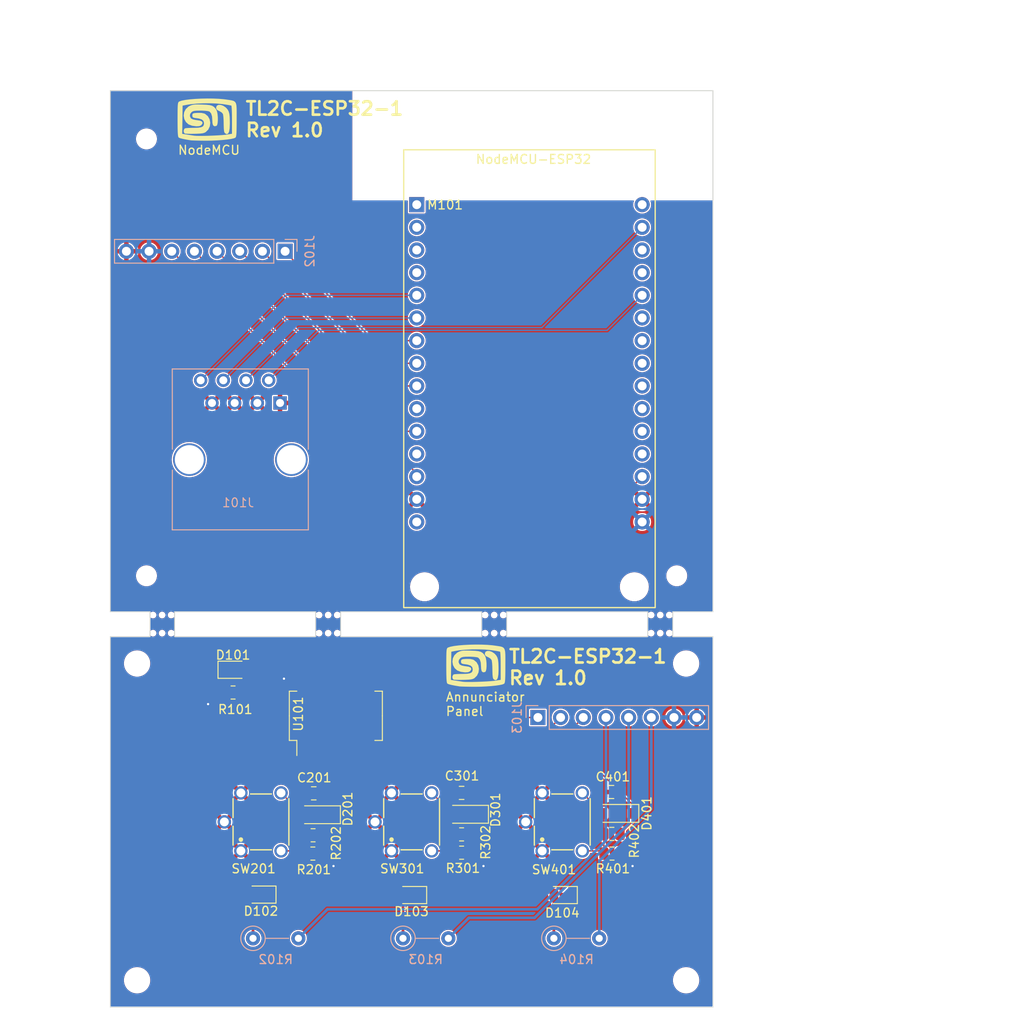
<source format=kicad_pcb>
(kicad_pcb (version 20221018) (generator pcbnew)
  (layers (0 "F.Cu" signal) (31 "B.Cu" signal) (34 "B.Paste" user) (35 "F.Paste" user) (36 "B.SilkS" user "B.Silkscreen") (37 "F.SilkS" user "F.Silkscreen") (38 "B.Mask" user) (39 "F.Mask" user) (44 "Edge.Cuts" user))
  (net 0 "")
  (net 1 "+3V3")
  (net 2 "GND")
  (net 3 "Net-(D201-A)")
  (net 4 "Net-(D301-A)")
  (net 5 "Net-(D401-A)")
  (net 27 "/Zone 1 Enable/ZONE_GPIO")
  (net 28 "/Zone 2 Enable/ZONE_GPIO")
  (net 29 "/Zone 3 Enable/ZONE_GPIO")
  (net 30 "/I2C_SDA")
  (net 31 "/I2C_SCL")
  (net 32 "/STATE_INTERRUPT")
  (net 33 "/~{SLEEP}")
  (net 34 "/ZONE1_BTN")
  (net 35 "/ZONE2_BTN")
  (net 36 "/ZONE3_BTN")
  (net 37 "/Zone1_ACTIVE")
  (net 38 "/Zone2_ACTIVE")
  (net 39 "/Zone3_ACTIVE")
  (net 40 "Net-(D102-A)")
  (net 41 "Net-(D103-A)")
  (net 42 "Net-(D104-A)")
  (net 43 "Net-(D101-A)")
  (footprint "Resistor_SMD:R_0805_2012Metric" (layer "F.Cu") (at 81.2 110.5 180)
    (fp_text reference "R401" (at -0.1 -1.7) (layer "F.SilkS"))
    (fp_text value "51κΩ")
    (pad "1" smd roundrect (at -0.9125 0 180) (size 1.025 1.4) (layers "F.Cu" "F.Paste" "F.Mask") (roundrect_rratio 0.243902) (net 1 "+3V3"))
    (pad "2" smd roundrect (at 0.9125 0 180) (size 1.025 1.4) (layers "F.Cu" "F.Paste" "F.Mask") (roundrect_rratio 0.243902) (net 5 "Net-(D401-A)"))
  )
  (footprint "tl2c-esp:NodeMCU-ESP32" (layer "F.Cu") (at 71.95 57.28)
    (fp_text reference "M101" (at -9.45 -19.48 unlocked) (layer "F.SilkS"))
    (fp_text value "~")
    (fp_text user "NodeMCU-ESP32" (at -6.096 -24.003 unlocked) (layer "F.SilkS") (effects (justify left bottom)))
    (pad "" np_thru_hole circle (at -11.75 -23.32) (size 3 3) (drill 3) (layers "F&B.Cu" "*.Mask"))
    (pad "" np_thru_hole circle (at -11.75 23.32) (size 3 3) (drill 3) (layers "F&B.Cu" "*.Mask"))
    (pad "" np_thru_hole circle (at 11.75 -23.32) (size 3 3) (drill 3) (layers "F&B.Cu" "*.Mask"))
    (pad "" np_thru_hole circle (at 11.75 23.32) (size 3 3) (drill 3) (layers "F&B.Cu" "*.Mask"))
    (pad "1" thru_hole rect (at -12.625 -19.505) (size 1.7 1.7) (drill 1) (layers "*.Cu" "*.Mask"))
    (pad "2" thru_hole circle (at -12.625 -16.965) (size 1.7 1.7) (drill 1) (layers "*.Cu" "*.Mask"))
    (pad "3" thru_hole circle (at -12.625 -14.425) (size 1.7 1.7) (drill 1) (layers "*.Cu" "*.Mask"))
    (pad "4" thru_hole circle (at -12.625 -11.885) (size 1.7 1.7) (drill 1) (layers "*.Cu" "*.Mask"))
    (pad "5" thru_hole circle (at -12.625 -9.345) (size 1.7 1.7) (drill 1) (layers "*.Cu" "*.Mask") (net 33 "/~{SLEEP}"))
    (pad "6" thru_hole circle (at -12.625 -6.805) (size 1.7 1.7) (drill 1) (layers "*.Cu" "*.Mask") (net 32 "/STATE_INTERRUPT"))
    (pad "7" thru_hole circle (at -12.625 -4.265) (size 1.7 1.7) (drill 1) (layers "*.Cu" "*.Mask") (net 34 "/ZONE1_BTN"))
    (pad "8" thru_hole circle (at -12.625 -1.725) (size 1.7 1.7) (drill 1) (layers "*.Cu" "*.Mask") (net 35 "/ZONE2_BTN"))
    (pad "9" thru_hole circle (at -12.625 0.815) (size 1.7 1.7) (drill 1) (layers "*.Cu" "*.Mask") (net 36 "/ZONE3_BTN"))
    (pad "10" thru_hole circle (at -12.625 3.355) (size 1.7 1.7) (drill 1) (layers "*.Cu" "*.Mask"))
    (pad "11" thru_hole circle (at -12.625 5.895) (size 1.7 1.7) (drill 1) (layers "*.Cu" "*.Mask") (net 37 "/Zone1_ACTIVE"))
    (pad "12" thru_hole circle (at -12.625 8.435) (size 1.7 1.7) (drill 1) (layers "*.Cu" "*.Mask"))
    (pad "13" thru_hole circle (at -12.625 10.975) (size 1.7 1.7) (drill 1) (layers "*.Cu" "*.Mask") (net 38 "/Zone2_ACTIVE"))
    (pad "14" thru_hole circle (at -12.625 13.515) (size 1.7 1.7) (drill 1) (layers "*.Cu" "*.Mask") (net 2 "GND"))
    (pad "15" thru_hole circle (at -12.625 16.055) (size 1.7 1.7) (drill 1) (layers "*.Cu" "*.Mask"))
    (pad "16" thru_hole circle (at 12.625 16.055) (size 1.7 1.7) (drill 1) (layers "*.Cu" "*.Mask") (net 1 "+3V3"))
    (pad "17" thru_hole circle (at 12.625 13.515) (size 1.7 1.7) (drill 1) (layers "*.Cu" "*.Mask") (net 2 "GND"))
    (pad "18" thru_hole circle (at 12.625 10.975) (size 1.7 1.7) (drill 1) (layers "*.Cu" "*.Mask") (net 39 "/Zone3_ACTIVE"))
    (pad "19" thru_hole circle (at 12.625 8.435) (size 1.7 1.7) (drill 1) (layers "*.Cu" "*.Mask"))
    (pad "20" thru_hole circle (at 12.625 5.895) (size 1.7 1.7) (drill 1) (layers "*.Cu" "*.Mask"))
    (pad "21" thru_hole circle (at 12.625 3.355) (size 1.7 1.7) (drill 1) (layers "*.Cu" "*.Mask"))
    (pad "22" thru_hole circle (at 12.625 0.815) (size 1.7 1.7) (drill 1) (layers "*.Cu" "*.Mask"))
    (pad "23" thru_hole circle (at 12.625 -1.725) (size 1.7 1.7) (drill 1) (layers "*.Cu" "*.Mask"))
    (pad "24" thru_hole circle (at 12.625 -4.265) (size 1.7 1.7) (drill 1) (layers "*.Cu" "*.Mask"))
    (pad "25" thru_hole circle (at 12.625 -6.805) (size 1.7 1.7) (drill 1) (layers "*.Cu" "*.Mask"))
    (pad "26" thru_hole circle (at 12.625 -9.345) (size 1.7 1.7) (drill 1) (layers "*.Cu" "*.Mask") (net 30 "/I2C_SDA"))
    (pad "27" thru_hole circle (at 12.625 -11.885) (size 1.7 1.7) (drill 1) (layers "*.Cu" "*.Mask"))
    (pad "28" thru_hole circle (at 12.625 -14.425) (size 1.7 1.7) (drill 1) (layers "*.Cu" "*.Mask"))
    (pad "29" thru_hole circle (at 12.625 -16.965) (size 1.7 1.7) (drill 1) (layers "*.Cu" "*.Mask") (net 31 "/I2C_SCL"))
    (pad "30" thru_hole circle (at 12.625 -19.505) (size 1.7 1.7) (drill 1) (layers "*.Cu" "*.Mask"))
  )
  (footprint "MountingHole:MountingHole_2.1mm" (layer "F.Cu") (at 88.45 30.41)
    (fp_text reference "H102" hide)
    (fp_text value "MountingHole" hide)
    (pad "" np_thru_hole circle locked (at 0 0) (size 2.1 2.1) (drill 2.1) (layers "*.Cu" "*.Mask"))
  )
  (footprint "LED_SMD:LED_0805_2012Metric" (layer "F.Cu") (at 41.875 115.1 180)
    (fp_text reference "D102" (at 0 -1.85 180) (layer "F.SilkS"))
    (fp_text value "LED")
    (pad "1" smd roundrect (at -0.9375 0 180) (size 0.975 1.4) (layers "F.Cu" "F.Paste" "F.Mask") (net 2 "GND"))
    (pad "2" smd roundrect (at 0.9375 0 180) (size 0.975 1.4) (layers "F.Cu" "F.Paste" "F.Mask") (net 40 "Net-(D102-A)"))
  )
  (footprint "Capacitor_SMD:C_0805_2012Metric" (layer "F.Cu") (at 81.1375 103.6 180)
    (fp_text reference "C401" (at -0.1625 1.7) (layer "F.SilkS"))
    (fp_text value "1μF")
    (pad "1" smd roundrect (at -0.95 0 180) (size 1 1.45) (layers "F.Cu" "F.Paste" "F.Mask") (net 29 "/Zone 3 Enable/ZONE_GPIO"))
    (pad "2" smd roundrect (at 0.95 0 180) (size 1 1.45) (layers "F.Cu" "F.Paste" "F.Mask") (net 2 "GND"))
  )
  (footprint "Resistor_SMD:R_0805_2012Metric" (layer "F.Cu") (at 47.7125 108.45 180)
    (fp_text reference "R202" (at -2.5875 -0.9 90) (layer "F.SilkS"))
    (fp_text value "21kΩ")
    (pad "1" smd roundrect (at -0.9125 0 180) (size 1.025 1.4) (layers "F.Cu" "F.Paste" "F.Mask") (roundrect_rratio 0.243902) (net 27 "/Zone 1 Enable/ZONE_GPIO"))
    (pad "2" smd roundrect (at 0.9125 0 180) (size 1.025 1.4) (layers "F.Cu" "F.Paste" "F.Mask") (roundrect_rratio 0.243902) (net 3 "Net-(D201-A)"))
  )
  (footprint "Resistor_SMD:R_0805_2012Metric" (layer "F.Cu") (at 38.75 92.45)
    (fp_text reference "R101" (at 0.25 1.9) (layer "F.SilkS"))
    (fp_text value "470Ω")
    (pad "1" smd roundrect (at -0.9125 0) (size 1.025 1.4) (layers "F.Cu" "F.Paste" "F.Mask") (roundrect_rratio 0.243902) (net 1 "+3V3"))
    (pad "2" smd roundrect (at 0.9125 0) (size 1.025 1.4) (layers "F.Cu" "F.Paste" "F.Mask") (roundrect_rratio 0.243902) (net 43 "Net-(D101-A)"))
  )
  (footprint "MountingHole:MountingHole_2.1mm" (layer "F.Cu") (at 88.45 79.37)
    (fp_text reference "H103" hide)
    (fp_text value "MountingHole")
    (pad "" np_thru_hole circle locked (at 0 0) (size 2.1 2.1) (drill 2.1) (layers "*.Cu" "*.Mask"))
  )
  (footprint "Capacitor_SMD:C_0805_2012Metric" (layer "F.Cu") (at 47.787499 103.75 180)
    (fp_text reference "C201" (at -0.062501 1.75) (layer "F.SilkS"))
    (fp_text value "1μF")
    (pad "1" smd roundrect (at -0.95 0 180) (size 1 1.45) (layers "F.Cu" "F.Paste" "F.Mask") (net 27 "/Zone 1 Enable/ZONE_GPIO"))
    (pad "2" smd roundrect (at 0.95 0 180) (size 1 1.45) (layers "F.Cu" "F.Paste" "F.Mask") (net 2 "GND"))
  )
  (footprint "MountingHole:MountingHole_2.7mm_M2.5" (layer "F.Cu") (at 28 124.7)
    (fp_text reference "H106" hide)
    (fp_text value "Annunciator MountingHole")
    (pad "" np_thru_hole circle (at 0 0) (size 2.7 2.7) (drill 2.7) (layers "*.Cu" "*.Mask"))
  )
  (footprint "Resistor_SMD:R_0805_2012Metric" (layer "F.Cu") (at 64.35 108.35 180)
    (fp_text reference "R302" (at -2.7 -0.9 90) (layer "F.SilkS"))
    (fp_text value "21kΩ")
    (pad "1" smd roundrect (at -0.9125 0 180) (size 1.025 1.4) (layers "F.Cu" "F.Paste" "F.Mask") (roundrect_rratio 0.243902) (net 28 "/Zone 2 Enable/ZONE_GPIO"))
    (pad "2" smd roundrect (at 0.9125 0 180) (size 1.025 1.4) (layers "F.Cu" "F.Paste" "F.Mask") (roundrect_rratio 0.243902) (net 4 "Net-(D301-A)"))
  )
  (footprint "Package_SO:SO-14_5.3x10.2mm_P1.27mm" (layer "F.Cu") (at 50.2625 95.06 90)
    (fp_text reference "U101" (at 0.2 -4.2 90) (layer "F.SilkS"))
    (fp_text value "74LS14")
    (pad "1" smd roundrect (at -3.4625 -3.81 90) (size 1.975 0.6) (layers "F.Cu" "F.Paste" "F.Mask") (net 27 "/Zone 1 Enable/ZONE_GPIO"))
    (pad "2" smd roundrect (at -3.4625 -2.54 90) (size 1.975 0.6) (layers "F.Cu" "F.Paste" "F.Mask") (net 34 "/ZONE1_BTN"))
    (pad "3" smd roundrect (at -3.4625 -1.27 90) (size 1.975 0.6) (layers "F.Cu" "F.Paste" "F.Mask") (net 28 "/Zone 2 Enable/ZONE_GPIO"))
    (pad "4" smd roundrect (at -3.4625 0 90) (size 1.975 0.6) (layers "F.Cu" "F.Paste" "F.Mask") (net 35 "/ZONE2_BTN"))
    (pad "5" smd roundrect (at -3.4625 1.27 90) (size 1.975 0.6) (layers "F.Cu" "F.Paste" "F.Mask") (net 29 "/Zone 3 Enable/ZONE_GPIO"))
    (pad "6" smd roundrect (at -3.4625 2.54 90) (size 1.975 0.6) (layers "F.Cu" "F.Paste" "F.Mask") (net 36 "/ZONE3_BTN"))
    (pad "7" smd roundrect (at -3.4625 3.81 90) (size 1.975 0.6) (layers "F.Cu" "F.Paste" "F.Mask") (net 2 "GND"))
    (pad "8" smd roundrect (at 3.4625 3.81 90) (size 1.975 0.6) (layers "F.Cu" "F.Paste" "F.Mask"))
    (pad "9" smd roundrect (at 3.4625 2.54 90) (size 1.975 0.6) (layers "F.Cu" "F.Paste" "F.Mask"))
    (pad "10" smd roundrect (at 3.4625 1.27 90) (size 1.975 0.6) (layers "F.Cu" "F.Paste" "F.Mask"))
    (pad "11" smd roundrect (at 3.4625 0 90) (size 1.975 0.6) (layers "F.Cu" "F.Paste" "F.Mask"))
    (pad "12" smd roundrect (at 3.4625 -1.27 90) (size 1.975 0.6) (layers "F.Cu" "F.Paste" "F.Mask"))
    (pad "13" smd roundrect (at 3.4625 -2.54 90) (size 1.975 0.6) (layers "F.Cu" "F.Paste" "F.Mask"))
    (pad "14" smd roundrect (at 3.4625 -3.81 90) (size 1.975 0.6) (layers "F.Cu" "F.Paste" "F.Mask") (net 1 "+3V3"))
  )
  (footprint "Resistor_SMD:R_0805_2012Metric" (layer "F.Cu") (at 47.6875 110.5 180)
    (fp_text reference "R201" (at -0.1125 -1.8) (layer "F.SilkS"))
    (fp_text value "51κΩ")
    (pad "1" smd roundrect (at -0.9125 0 180) (size 1.025 1.4) (layers "F.Cu" "F.Paste" "F.Mask") (roundrect_rratio 0.243902) (net 1 "+3V3"))
    (pad "2" smd roundrect (at 0.9125 0 180) (size 1.025 1.4) (layers "F.Cu" "F.Paste" "F.Mask") (roundrect_rratio 0.243902) (net 3 "Net-(D201-A)"))
  )
  (footprint "tl2c-esp:SW_B3F-1150_OMR" (layer "F.Cu") (at 41.875 106.95 90)
    (fp_text reference "SW201" (at -5.25 -0.824999 unlocked) (layer "F.SilkS"))
    (fp_text value "B3F-1150")
    (pad "1" thru_hole circle (at -3.250001 -2.250001 90) (size 1.507998 1.507998) (drill 0.999998) (layers "*.Cu" "*.Mask") (net 2 "GND"))
    (pad "2" thru_hole circle (at 3.250001 -2.250001 90) (size 1.507998 1.507998) (drill 0.999998) (layers "*.Cu" "*.Mask") (net 2 "GND"))
    (pad "3" thru_hole circle (at -3.250001 2.25 90) (size 1.507998 1.507998) (drill 0.999998) (layers "*.Cu" "*.Mask") (net 3 "Net-(D201-A)"))
    (pad "4" thru_hole circle (at 3.250001 2.25 90) (size 1.507998 1.507998) (drill 0.999998) (layers "*.Cu" "*.Mask") (net 3 "Net-(D201-A)"))
    (pad "5" thru_hole circle (at -0.000001 -4.100001 90) (size 1.507998 1.507998) (drill 0.999998) (layers "*.Cu" "*.Mask") (net 2 "GND"))
  )
  (footprint "tl2c-esp:SW_B3F-1150_OMR" (layer "F.Cu") (at 75.625 106.95 90)
    (fp_text reference "SW401" (at -5.35 -0.924999 unlocked) (layer "F.SilkS"))
    (fp_text value "B3F-1150")
    (pad "1" thru_hole circle (at -3.250001 -2.250001 90) (size 1.507998 1.507998) (drill 0.999998) (layers "*.Cu" "*.Mask") (net 2 "GND"))
    (pad "2" thru_hole circle (at 3.250001 -2.250001 90) (size 1.507998 1.507998) (drill 0.999998) (layers "*.Cu" "*.Mask") (net 2 "GND"))
    (pad "3" thru_hole circle (at -3.250001 2.25 90) (size 1.507998 1.507998) (drill 0.999998) (layers "*.Cu" "*.Mask") (net 5 "Net-(D401-A)"))
    (pad "4" thru_hole circle (at 3.250001 2.25 90) (size 1.507998 1.507998) (drill 0.999998) (layers "*.Cu" "*.Mask") (net 5 "Net-(D401-A)"))
    (pad "5" thru_hole circle (at -0.000001 -4.100001 90) (size 1.507998 1.507998) (drill 0.999998) (layers "*.Cu" "*.Mask") (net 2 "GND"))
  )
  (footprint "MountingHole:MountingHole_2.7mm_M2.5" (layer "F.Cu") (at 89.5 89.2)
    (fp_text reference "H108" hide)
    (fp_text value "Annunciator MountingHole")
    (pad "" np_thru_hole circle (at 0 0) (size 2.7 2.7) (drill 2.7) (layers "*.Cu" "*.Mask"))
  )
  (footprint "Diode_SMD:D_SOD-123" (layer "F.Cu") (at 64.994999 106.1 180)
    (fp_text reference "D301" (at -3.155001 0.5 90) (layer "F.SilkS"))
    (fp_text value "1N4148")
    (pad "1" smd roundrect (at -1.65 0 180) (size 0.9 1.2) (layers "F.Cu" "F.Paste" "F.Mask") (net 28 "/Zone 2 Enable/ZONE_GPIO"))
    (pad "2" smd roundrect (at 1.65 0 180) (size 0.9 1.2) (layers "F.Cu" "F.Paste" "F.Mask") (net 4 "Net-(D301-A)"))
  )
  (footprint "Diode_SMD:D_SOD-123" (layer "F.Cu") (at 81.8375 106 180)
    (fp_text reference "D401" (at -3.2625 0 90) (layer "F.SilkS"))
    (fp_text value "1N4148")
    (pad "1" smd roundrect (at -1.65 0 180) (size 0.9 1.2) (layers "F.Cu" "F.Paste" "F.Mask") (net 29 "/Zone 3 Enable/ZONE_GPIO"))
    (pad "2" smd roundrect (at 1.65 0 180) (size 0.9 1.2) (layers "F.Cu" "F.Paste" "F.Mask") (net 5 "Net-(D401-A)"))
  )
  (footprint "MountingHole:MountingHole_2.1mm" (layer "F.Cu") (at 29.05 30.41)
    (fp_text reference "H101" hide)
    (fp_text value "MountingHole")
    (pad "" np_thru_hole circle locked (at 0 0) (size 2.1 2.1) (drill 2.1) (layers "*.Cu" "*.Mask"))
  )
  (footprint "sjm-mechanical:MouseBites" (layer "F.Cu") (at 86.6 84.784 90)
    (fp_text reference "X104" hide)
    (fp_text value "Mouse Bites" hide)
    (pad "" np_thru_hole circle (at -1.016 -1.016 90) (size 0.508 0.508) (drill 0.508) (layers "F&B.Cu" "*.Mask"))
    (pad "" np_thru_hole circle (at -1.016 0 90) (size 0.508 0.508) (drill 0.508) (layers "F&B.Cu" "*.Mask"))
    (pad "" np_thru_hole circle (at -1.016 1.016 90) (size 0.508 0.508) (drill 0.508) (layers "F&B.Cu" "*.Mask"))
    (pad "" np_thru_hole circle (at 1.016 -1.016 90) (size 0.508 0.508) (drill 0.508) (layers "F&B.Cu" "*.Mask"))
    (pad "" np_thru_hole circle (at 1.016 0 90) (size 0.508 0.508) (drill 0.508) (layers "F&B.Cu" "*.Mask"))
    (pad "" np_thru_hole circle (at 1.016 1.016 90) (size 0.508 0.508) (drill 0.508) (layers "F&B.Cu" "*.Mask"))
  )
  (footprint "LED_SMD:LED_0805_2012Metric" (layer "F.Cu") (at 75.625 115.149999 180)
    (fp_text reference "D104" (at 0 -2 180) (layer "F.SilkS"))
    (fp_text value "LED")
    (pad "1" smd roundrect (at -0.9375 0 180) (size 0.975 1.4) (layers "F.Cu" "F.Paste" "F.Mask") (net 2 "GND"))
    (pad "2" smd roundrect (at 0.9375 0 180) (size 0.975 1.4) (layers "F.Cu" "F.Paste" "F.Mask") (net 42 "Net-(D104-A)"))
  )
  (footprint "sjm-mechanical:MouseBites" (layer "F.Cu") (at 68 84.784 90)
    (fp_text reference "X103" hide)
    (fp_text value "Mouse Bites" hide)
    (pad "" np_thru_hole circle (at -1.016 -1.016 90) (size 0.508 0.508) (drill 0.508) (layers "F&B.Cu" "*.Mask"))
    (pad "" np_thru_hole circle (at -1.016 0 90) (size 0.508 0.508) (drill 0.508) (layers "F&B.Cu" "*.Mask"))
    (pad "" np_thru_hole circle (at -1.016 1.016 90) (size 0.508 0.508) (drill 0.508) (layers "F&B.Cu" "*.Mask"))
    (pad "" np_thru_hole circle (at 1.016 -1.016 90) (size 0.508 0.508) (drill 0.508) (layers "F&B.Cu" "*.Mask"))
    (pad "" np_thru_hole circle (at 1.016 0 90) (size 0.508 0.508) (drill 0.508) (layers "F&B.Cu" "*.Mask"))
    (pad "" np_thru_hole circle (at 1.016 1.016 90) (size 0.508 0.508) (drill 0.508) (layers "F&B.Cu" "*.Mask"))
  )
  (footprint "Resistor_SMD:R_0805_2012Metric" (layer "F.Cu") (at 81.1875 108.3 180)
    (fp_text reference "R402" (at -2.5125 -0.8 90) (layer "F.SilkS"))
    (fp_text value "21kΩ")
    (pad "1" smd roundrect (at -0.9125 0 180) (size 1.025 1.4) (layers "F.Cu" "F.Paste" "F.Mask") (roundrect_rratio 0.243902) (net 29 "/Zone 3 Enable/ZONE_GPIO"))
    (pad "2" smd roundrect (at 0.9125 0 180) (size 1.025 1.4) (layers "F.Cu" "F.Paste" "F.Mask") (roundrect_rratio 0.243902) (net 5 "Net-(D401-A)"))
  )
  (footprint "Resistor_SMD:R_0805_2012Metric" (layer "F.Cu") (at 64.35 110.4 180)
    (fp_text reference "R301" (at -0.15 -1.75) (layer "F.SilkS"))
    (fp_text value "51κΩ")
    (pad "1" smd roundrect (at -0.9125 0 180) (size 1.025 1.4) (layers "F.Cu" "F.Paste" "F.Mask") (roundrect_rratio 0.243902) (net 1 "+3V3"))
    (pad "2" smd roundrect (at 0.9125 0 180) (size 1.025 1.4) (layers "F.Cu" "F.Paste" "F.Mask") (roundrect_rratio 0.243902) (net 4 "Net-(D301-A)"))
  )
  (footprint "sjm-mechanical:MyBasic_rounded_50_1" (layer "F.Cu") (at 35.8 28.2)
    (fp_text reference "Lg101" hide)
    (fp_text value "SM Logo" hide)
  )
  (footprint "MountingHole:MountingHole_2.7mm_M2.5" (layer "F.Cu") (at 28 89.2)
    (fp_text reference "H105" hide)
    (fp_text value "Annunciator MountingHole")
    (pad "" np_thru_hole circle (at 0 0) (size 2.7 2.7) (drill 2.7) (layers "*.Cu" "*.Mask"))
  )
  (footprint "Diode_SMD:D_SOD-123" (layer "F.Cu") (at 48.4125 106.15 180)
    (fp_text reference "D201" (at -3.1875 0.65 90) (layer "F.SilkS"))
    (fp_text value "1N4148")
    (pad "1" smd roundrect (at -1.65 0 180) (size 0.9 1.2) (layers "F.Cu" "F.Paste" "F.Mask") (net 27 "/Zone 1 Enable/ZONE_GPIO"))
    (pad "2" smd roundrect (at 1.65 0 180) (size 0.9 1.2) (layers "F.Cu" "F.Paste" "F.Mask") (net 3 "Net-(D201-A)"))
  )
  (footprint "LED_SMD:LED_0805_2012Metric" (layer "F.Cu") (at 38.7475 89.9)
    (fp_text reference "D101" (at 0 -1.65) (layer "F.SilkS"))
    (fp_text value "LED")
    (pad "1" smd roundrect (at -0.9375 0) (size 0.975 1.4) (layers "F.Cu" "F.Paste" "F.Mask") (net 2 "GND"))
    (pad "2" smd roundrect (at 0.9375 0) (size 0.975 1.4) (layers "F.Cu" "F.Paste" "F.Mask") (net 43 "Net-(D101-A)"))
  )
  (footprint "sjm-mechanical:MouseBites" (layer "F.Cu") (at 49.4 84.784001 90)
    (fp_text reference "X102" hide)
    (fp_text value "Mouse Bites" hide)
    (pad "" np_thru_hole circle (at -1.016 -1.016 90) (size 0.508 0.508) (drill 0.508) (layers "F&B.Cu" "*.Mask"))
    (pad "" np_thru_hole circle (at -1.016 0 90) (size 0.508 0.508) (drill 0.508) (layers "F&B.Cu" "*.Mask"))
    (pad "" np_thru_hole circle (at -1.016 1.016 90) (size 0.508 0.508) (drill 0.508) (layers "F&B.Cu" "*.Mask"))
    (pad "" np_thru_hole circle (at 1.016 -1.016 90) (size 0.508 0.508) (drill 0.508) (layers "F&B.Cu" "*.Mask"))
    (pad "" np_thru_hole circle (at 1.016 0 90) (size 0.508 0.508) (drill 0.508) (layers "F&B.Cu" "*.Mask"))
    (pad "" np_thru_hole circle (at 1.016 1.016 90) (size 0.508 0.508) (drill 0.508) (layers "F&B.Cu" "*.Mask"))
  )
  (footprint "sjm-mechanical:MyBasic_rounded_50_1" (layer "F.Cu") (at 65.9 89.4)
    (fp_text reference "Lg102" hide)
    (fp_text value "SM Logo" hide)
  )
  (footprint "LED_SMD:LED_0805_2012Metric" (layer "F.Cu") (at 58.75 115.149999 180)
    (fp_text reference "D103" (at 0.012501 -1.85 180) (layer "F.SilkS"))
    (fp_text value "LED")
    (pad "1" smd roundrect (at -0.9375 0 180) (size 0.975 1.4) (layers "F.Cu" "F.Paste" "F.Mask") (net 2 "GND"))
    (pad "2" smd roundrect (at 0.9375 0 180) (size 0.975 1.4) (layers "F.Cu" "F.Paste" "F.Mask") (net 41 "Net-(D103-A)"))
  )
  (footprint "tl2c-esp:SW_B3F-1150_OMR" (layer "F.Cu") (at 58.75 106.95 90)
    (fp_text reference "SW301" (at -5.25 -1.049999 unlocked) (layer "F.SilkS"))
    (fp_text value "B3F-1150")
    (pad "1" thru_hole circle (at -3.250001 -2.250001 90) (size 1.507998 1.507998) (drill 0.999998) (layers "*.Cu" "*.Mask") (net 2 "GND"))
    (pad "2" thru_hole circle (at 3.250001 -2.250001 90) (size 1.507998 1.507998) (drill 0.999998) (layers "*.Cu" "*.Mask") (net 2 "GND"))
    (pad "3" thru_hole circle (at -3.250001 2.25 90) (size 1.507998 1.507998) (drill 0.999998) (layers "*.Cu" "*.Mask") (net 4 "Net-(D301-A)"))
    (pad "4" thru_hole circle (at 3.250001 2.25 90) (size 1.507998 1.507998) (drill 0.999998) (layers "*.Cu" "*.Mask") (net 4 "Net-(D301-A)"))
    (pad "5" thru_hole circle (at -0.000001 -4.100001 90) (size 1.507998 1.507998) (drill 0.999998) (layers "*.Cu" "*.Mask") (net 2 "GND"))
  )
  (footprint "Capacitor_SMD:C_0805_2012Metric" (layer "F.Cu") (at 64.35 103.7 180)
    (fp_text reference "C301" (at -0.05 1.9) (layer "F.SilkS"))
    (fp_text value "1μF" hide)
    (pad "1" smd roundrect (at -0.95 0 180) (size 1 1.45) (layers "F.Cu" "F.Paste" "F.Mask") (net 28 "/Zone 2 Enable/ZONE_GPIO"))
    (pad "2" smd roundrect (at 0.95 0 180) (size 1 1.45) (layers "F.Cu" "F.Paste" "F.Mask") (net 2 "GND"))
  )
  (footprint "MountingHole:MountingHole_2.1mm" (layer "F.Cu") (at 29.05 79.37)
    (fp_text reference "H104" hide)
    (fp_text value "MountingHole")
    (pad "" np_thru_hole circle locked (at 0 0) (size 2.1 2.1) (drill 2.1) (layers "*.Cu" "*.Mask"))
  )
  (footprint "MountingHole:MountingHole_2.7mm_M2.5" (layer "F.Cu") (at 89.5 124.7)
    (fp_text reference "H107" hide)
    (fp_text value "Annunciator MountingHole")
    (pad "" np_thru_hole circle (at 0 0) (size 2.7 2.7) (drill 2.7) (layers "*.Cu" "*.Mask"))
  )
  (footprint "sjm-mechanical:MouseBites" (layer "F.Cu") (at 30.8 84.784001 90)
    (fp_text reference "X101" hide)
    (fp_text value "Mouse Bites" hide)
    (pad "" np_thru_hole circle (at -1.016 -1.016 90) (size 0.508 0.508) (drill 0.508) (layers "F&B.Cu" "*.Mask"))
    (pad "" np_thru_hole circle (at -1.016 0 90) (size 0.508 0.508) (drill 0.508) (layers "F&B.Cu" "*.Mask"))
    (pad "" np_thru_hole circle (at -1.016 1.016 90) (size 0.508 0.508) (drill 0.508) (layers "F&B.Cu" "*.Mask"))
    (pad "" np_thru_hole circle (at 1.016 -1.016 90) (size 0.508 0.508) (drill 0.508) (layers "F&B.Cu" "*.Mask"))
    (pad "" np_thru_hole circle (at 1.016 0 90) (size 0.508 0.508) (drill 0.508) (layers "F&B.Cu" "*.Mask"))
    (pad "" np_thru_hole circle (at 1.016 1.016 90) (size 0.508 0.508) (drill 0.508) (layers "F&B.Cu" "*.Mask"))
  )
  (footprint "Resistor_THT:R_Axial_DIN0207_L6.3mm_D2.5mm_P5.08mm_Vertical" (layer "B.Cu") (at 57.785 120)
    (fp_text reference "R103" (at 2.54 2.37) (layer "B.SilkS") (effects (justify mirror)))
    (fp_text value "470Ω")
    (pad "1" thru_hole circle (at 0 0) (size 1.6 1.6) (drill 0.8) (layers "*.Cu" "*.Mask") (net 41 "Net-(D103-A)"))
    (pad "2" thru_hole oval (at 5.08 0) (size 1.6 1.6) (drill 0.8) (layers "*.Cu" "*.Mask") (net 38 "/Zone2_ACTIVE"))
  )
  (footprint "Resistor_THT:R_Axial_DIN0207_L6.3mm_D2.5mm_P5.08mm_Vertical" (layer "B.Cu") (at 40.985 120)
    (fp_text reference "R102" (at 2.54 2.37) (layer "B.SilkS") (effects (justify mirror)))
    (fp_text value "470Ω")
    (pad "1" thru_hole circle (at 0 0) (size 1.6 1.6) (drill 0.8) (layers "*.Cu" "*.Mask") (net 40 "Net-(D102-A)"))
    (pad "2" thru_hole oval (at 5.08 0) (size 1.6 1.6) (drill 0.8) (layers "*.Cu" "*.Mask") (net 37 "/Zone1_ACTIVE"))
  )
  (footprint "Connector_PinHeader_2.54mm:PinHeader_1x08_P2.54mm_Vertical" (layer "B.Cu") (at 72.9 95.25 -90)
    (fp_text reference "J103" (at 0 2.33 90) (layer "B.SilkS") (effects (justify mirror)))
    (fp_text value "Annunciator")
    (pad "1" thru_hole rect (at 0 0 270) (size 1.7 1.7) (drill 1) (layers "*.Cu" "*.Mask") (net 34 "/ZONE1_BTN"))
    (pad "2" thru_hole oval (at 0 -2.54 270) (size 1.7 1.7) (drill 1) (layers "*.Cu" "*.Mask") (net 35 "/ZONE2_BTN"))
    (pad "3" thru_hole oval (at 0 -5.08 270) (size 1.7 1.7) (drill 1) (layers "*.Cu" "*.Mask") (net 36 "/ZONE3_BTN"))
    (pad "4" thru_hole oval (at 0 -7.62 270) (size 1.7 1.7) (drill 1) (layers "*.Cu" "*.Mask") (net 37 "/Zone1_ACTIVE"))
    (pad "5" thru_hole oval (at 0 -10.16 270) (size 1.7 1.7) (drill 1) (layers "*.Cu" "*.Mask") (net 38 "/Zone2_ACTIVE"))
    (pad "6" thru_hole oval (at 0 -12.7 270) (size 1.7 1.7) (drill 1) (layers "*.Cu" "*.Mask") (net 39 "/Zone3_ACTIVE"))
    (pad "7" thru_hole oval (at 0 -15.24 270) (size 1.7 1.7) (drill 1) (layers "*.Cu" "*.Mask") (net 1 "+3V3"))
    (pad "8" thru_hole oval (at 0 -17.78 270) (size 1.7 1.7) (drill 1) (layers "*.Cu" "*.Mask") (net 2 "GND"))
  )
  (footprint "Resistor_THT:R_Axial_DIN0207_L6.3mm_D2.5mm_P5.08mm_Vertical" (layer "B.Cu") (at 74.685 120)
    (fp_text reference "R104" (at 2.54 2.37) (layer "B.SilkS") (effects (justify mirror)))
    (fp_text value "470Ω")
    (pad "1" thru_hole circle (at 0 0) (size 1.6 1.6) (drill 0.8) (layers "*.Cu" "*.Mask") (net 42 "Net-(D104-A)"))
    (pad "2" thru_hole oval (at 5.08 0) (size 1.6 1.6) (drill 0.8) (layers "*.Cu" "*.Mask") (net 39 "/Zone3_ACTIVE"))
  )
  (footprint "Connector_PinSocket_2.54mm:PinSocket_1x08_P2.54mm_Vertical" (layer "B.Cu") (at 44.58 43 90)
    (fp_text reference "J102" (at 0 2.77 90) (layer "B.SilkS") (effects (justify mirror)))
    (fp_text value "NodeMCU")
    (pad "1" thru_hole rect (at 0 0 90) (size 1.7 1.7) (drill 1) (layers "*.Cu" "*.Mask") (net 34 "/ZONE1_BTN"))
    (pad "2" thru_hole oval (at 0 -2.54 90) (size 1.7 1.7) (drill 1) (layers "*.Cu" "*.Mask") (net 35 "/ZONE2_BTN"))
    (pad "3" thru_hole oval (at 0 -5.08 90) (size 1.7 1.7) (drill 1) (layers "*.Cu" "*.Mask") (net 36 "/ZONE3_BTN"))
    (pad "4" thru_hole oval (at 0 -7.62 90) (size 1.7 1.7) (drill 1) (layers "*.Cu" "*.Mask") (net 37 "/Zone1_ACTIVE"))
    (pad "5" thru_hole oval (at 0 -10.16 90) (size 1.7 1.7) (drill 1) (layers "*.Cu" "*.Mask") (net 38 "/Zone2_ACTIVE"))
    (pad "6" thru_hole oval (at 0 -12.7 90) (size 1.7 1.7) (drill 1) (layers "*.Cu" "*.Mask") (net 39 "/Zone3_ACTIVE"))
    (pad "7" thru_hole oval (at 0 -15.24 90) (size 1.7 1.7) (drill 1) (layers "*.Cu" "*.Mask") (net 1 "+3V3"))
    (pad "8" thru_hole oval (at 0 -17.78 90) (size 1.7 1.7) (drill 1) (layers "*.Cu" "*.Mask") (net 2 "GND"))
  )
  (footprint "tl2c-esp:RJ45_8P8C" (layer "B.Cu") (at 35.12 57.46 180)
    (fp_text reference "J101" (at -4.19 -13.72) (layer "B.SilkS") (effects (font (size 0.9906 0.9906) (thickness 0.127)) (justify mirror)))
    (fp_text value "RJ45" hide)
    (pad "" np_thru_hole circle (at -10.16 -8.89 180) (size 3.65 3.65) (drill 3.25) (layers "F&B.Cu" "*.Mask"))
    (pad "" np_thru_hole circle (at 1.27 -8.89 180) (size 3.65 3.65) (drill 3.25) (layers "F&B.Cu" "*.Mask"))
    (pad "1" thru_hole rect (at -8.89 -2.54 180) (size 1.5 1.5) (drill 0.9) (layers "*.Cu" "*.Mask") (net 2 "GND"))
    (pad "2" thru_hole circle (at -7.62 0 180) (size 1.5 1.5) (drill 0.9) (layers "*.Cu" "*.Mask") (net 30 "/I2C_SDA"))
    (pad "3" thru_hole circle (at -6.35 -2.54 180) (size 1.5 1.5) (drill 0.9) (layers "*.Cu" "*.Mask") (net 2 "GND"))
    (pad "4" thru_hole circle (at -5.08 0 180) (size 1.5 1.5) (drill 0.9) (layers "*.Cu" "*.Mask") (net 31 "/I2C_SCL"))
    (pad "5" thru_hole circle (at -3.81 -2.54 180) (size 1.5 1.5) (drill 0.9) (layers "*.Cu" "*.Mask") (net 2 "GND"))
    (pad "6" thru_hole circle (at -2.54 0 180) (size 1.5 1.5) (drill 0.9) (layers "*.Cu" "*.Mask") (net 32 "/STATE_INTERRUPT"))
    (pad "7" thru_hole circle (at -1.27 -2.54 180) (size 1.5 1.5) (drill 0.9) (layers "*.Cu" "*.Mask") (net 2 "GND"))
    (pad "8" thru_hole circle (at 0 0 180) (size 1.5 1.5) (drill 0.9) (layers "*.Cu" "*.Mask") (net 33 "/~{SLEEP}"))
  )
  (gr_line (start 32.2 86.2) (end 32.2 83.4) (stroke (width 0.1)) (layer "Edge.Cuts"))
  (gr_line (start 50.8 83.4) (end 50.8 86.2) (stroke (width 0.1)) (layer "Edge.Cuts"))
  (gr_line (start 69.4 83.4) (end 69.4 86.2) (stroke (width 0.1)) (layer "Edge.Cuts"))
  (gr_line (start 92.5 86.2) (end 92.5 127.7) (stroke (width 0.1)) (layer "Edge.Cuts"))
  (gr_line (start 85.2 83.4) (end 69.4 83.4) (stroke (width 0.1)) (layer "Edge.Cuts"))
  (gr_line (start 92.5 127.7) (end 25 127.7) (stroke (width 0.1)) (layer "Edge.Cuts"))
  (gr_line (start 66.6 86.2) (end 66.6 83.4) (stroke (width 0.1)) (layer "Edge.Cuts"))
  (gr_line (start 48 86.2) (end 32.2 86.2) (stroke (width 0.1)) (layer "Edge.Cuts"))
  (gr_line (start 88 86.2) (end 92.5 86.2) (stroke (width 0.1)) (layer "Edge.Cuts"))
  (gr_line (start 29.45 86.2) (end 29.45 83.4) (stroke (width 0.1)) (layer "Edge.Cuts"))
  (gr_line (start 32.2 83.4) (end 48 83.4) (stroke (width 0.1)) (layer "Edge.Cuts"))
  (gr_line (start 50.8 86.2) (end 66.6 86.2) (stroke (width 0.1)) (layer "Edge.Cuts"))
  (gr_line (start 48 83.4) (end 48 86.2) (stroke (width 0.1)) (layer "Edge.Cuts"))
  (gr_line (start 85.2 86.2) (end 85.2 83.4) (stroke (width 0.1)) (layer "Edge.Cuts"))
  (gr_line (start 25 25) (end 92.5 25) (stroke (width 0.1)) (layer "Edge.Cuts"))
  (gr_line (start 29.45 83.4) (end 25 83.4) (stroke (width 0.1)) (layer "Edge.Cuts"))
  (gr_line (start 25 86.2) (end 29.45 86.2) (stroke (width 0.1)) (layer "Edge.Cuts"))
  (gr_line (start 25 127.7) (end 25 86.2) (stroke (width 0.1)) (layer "Edge.Cuts"))
  (gr_line (start 66.6 83.4) (end 50.8 83.4) (stroke (width 0.1)) (layer "Edge.Cuts"))
  (gr_line (start 92.5 25) (end 92.5 83.4) (stroke (width 0.1)) (layer "Edge.Cuts"))
  (gr_line (start 69.4 86.2) (end 85.2 86.2) (stroke (width 0.1)) (layer "Edge.Cuts"))
  (gr_line (start 88 86.2) (end 88 83.4) (stroke (width 0.1)) (layer "Edge.Cuts"))
  (gr_line (start 88 83.4) (end 92.5 83.4) (stroke (width 0.1)) (layer "Edge.Cuts"))
  (gr_line (start 25 83.4) (end 25 25) (stroke (width 0.1)) (layer "Edge.Cuts"))
  (gr_text "NodeMCU" (at 32.5 32.25) (layer "F.SilkS") (effects (font (size 1 1)) (justify left bottom)))
  (gr_text "TL2C-ESP32-1\nRev 1.0" (at 40 30.3) (layer "F.SilkS") (effects (font (size 1.5 1.5) (thickness 0.3) bold) (justify left bottom)))
  (gr_text "TL2C-ESP32-1\nRev 1.0" (at 69.5 91.7) (layer "F.SilkS") (effects (font (size 1.5 1.5) (thickness 0.3) bold) (justify left bottom)))
  (gr_text "Annunciator \nPanel" (at 62.5 95.15) (layer "F.SilkS") (effects (font (size 1 1)) (justify left bottom)))
  (segment (start 48.6 110.5) (end 50 111.9) (width 0.3048) (layer "F.Cu") (net 1))
  (segment (start 82.1125 110.5) (end 82.1125 110.5125) (width 0.3048) (layer "F.Cu") (net 1))
  (segment (start 37.25 92.45) (end 35.95 93.75) (width 0.3048) (layer "F.Cu") (net 1))
  (segment (start 45.755 90.9) (end 44.45 90.9) (width 0.3048) (layer "F.Cu") (net 1))
  (segment (start 37.8375 92.45) (end 37.25 92.45) (width 0.3048) (layer "F.Cu") (net 1))
  (segment (start 82.1125 110.5125) (end 83.5 111.9) (width 0.3048) (layer "F.Cu") (net 1))
  (segment (start 46.4525 91.5975) (end 45.755 90.9) (width 0.3048) (layer "F.Cu") (net 1))
  (segment (start 65.3 110.4) (end 66.8 111.9) (width 0.3048) (layer "F.Cu") (net 1))
  (segment (start 65.2625 110.4) (end 65.3 110.4) (width 0.3048) (layer "F.Cu") (net 1))
  (via (at 50 111.9) (size 0.508) (drill 0.254) (layers "F.Cu" "B.Cu") (net 1))
  (via (at 83.5 111.9) (size 0.508) (drill 0.254) (layers "F.Cu" "B.Cu") (net 1))
  (via (at 44.45 90.9) (size 0.508) (drill 0.254) (layers "F.Cu" "B.Cu") (net 1))
  (via (at 35.95 93.75) (size 0.508) (drill 0.254) (layers "F.Cu" "B.Cu") (net 1))
  (via (at 66.8 111.9) (size 0.508) (drill 0.254) (layers "F.Cu" "B.Cu") (net 1))
  (segment (start 46.575001 106.15) (end 44.125 103.699999) (width 0.1524) (layer "F.Cu") (net 3))
  (segment (start 46.7625 106.15) (end 46.575001 106.15) (width 0.1524) (layer "F.Cu") (net 3))
  (segment (start 46.775 108.475) (end 46.8 108.45) (width 0.1524) (layer "F.Cu") (net 3))
  (segment (start 46.475001 110.200001) (end 46.775 110.5) (width 0.1524) (layer "F.Cu") (net 3))
  (segment (start 46.8 108.45) (end 46.8 106.1875) (width 0.1524) (layer "F.Cu") (net 3))
  (segment (start 44.125 110.200001) (end 46.475001 110.200001) (width 0.1524) (layer "F.Cu") (net 3))
  (segment (start 46.775 110.5) (end 46.775 108.475) (width 0.1524) (layer "F.Cu") (net 3))
  (segment (start 46.8 106.1875) (end 46.7625 106.15) (width 0.1524) (layer "F.Cu") (net 3))
  (segment (start 63.4375 110.4) (end 63.4375 108.35) (width 0.1524) (layer "F.Cu") (net 4))
  (segment (start 61 110.200001) (end 63.237501 110.200001) (width 0.1524) (layer "F.Cu") (net 4))
  (segment (start 63.4375 106.192501) (end 63.344999 106.1) (width 0.1524) (layer "F.Cu") (net 4))
  (segment (start 63.344999 106.1) (end 63.344999 106.044998) (width 0.1524) (layer "F.Cu") (net 4))
  (segment (start 63.344999 106.044998) (end 61 103.699999) (width 0.1524) (layer "F.Cu") (net 4))
  (segment (start 63.237501 110.200001) (end 63.4375 110.4) (width 0.1524) (layer "F.Cu") (net 4))
  (segment (start 63.4375 108.35) (end 63.4375 106.192501) (width 0.1524) (layer "F.Cu") (net 4))
  (segment (start 80.275 108.3) (end 80.275 106.0875) (width 0.1524) (layer "F.Cu") (net 5))
  (segment (start 80.175001 106) (end 77.875 103.699999) (width 0.1524) (layer "F.Cu") (net 5))
  (segment (start 80.2875 108.3125) (end 80.275 108.3) (width 0.1524) (layer "F.Cu") (net 5))
  (segment (start 80.2875 110.5) (end 80.2875 108.3125) (width 0.1524) (layer "F.Cu") (net 5))
  (segment (start 80.1875 106) (end 80.175001 106) (width 0.1524) (layer "F.Cu") (net 5))
  (segment (start 79.987501 110.200001) (end 80.2875 110.5) (width 0.1524) (layer "F.Cu") (net 5))
  (segment (start 80.275 106.0875) (end 80.1875 106) (width 0.1524) (layer "F.Cu") (net 5))
  (segment (start 77.875 110.200001) (end 79.987501 110.200001) (width 0.1524) (layer "F.Cu") (net 5))
  (segment (start 50.0625 106.15) (end 50.0625 105.075001) (width 0.1524) (layer "F.Cu") (net 27))
  (segment (start 50.0625 105.075001) (end 48.737499 103.75) (width 0.1524) (layer "F.Cu") (net 27))
  (segment (start 50.0625 107.6375) (end 49.25 108.45) (width 0.1524) (layer "F.Cu") (net 27))
  (segment (start 50.0625 106.15) (end 50.0625 107.6375) (width 0.1524) (layer "F.Cu") (net 27))
  (segment (start 46.4525 101.465001) (end 46.4525 98.5225) (width 0.1524) (layer "F.Cu") (net 27))
  (segment (start 49.25 108.45) (end 48.625 108.45) (width 0.1524) (layer "F.Cu") (net 27))
  (segment (start 48.737499 103.75) (end 46.4525 101.465001) (width 0.1524) (layer "F.Cu") (net 27))
  (segment (start 66.644999 106.1) (end 66.644999 105.044999) (width 0.1524) (layer "F.Cu") (net 28))
  (segment (start 66.644999 107.555001) (end 65.85 108.35) (width 0.1524) (layer "F.Cu") (net 28))
  (segment (start 65.85 108.35) (end 65.2625 108.35) (width 0.1524) (layer "F.Cu") (net 28))
  (segment (start 48.9925 99.509999) (end 48.9925 98.5225) (width 0.1524) (layer "F.Cu") (net 28))
  (segment (start 50.782501 101.3) (end 48.9925 99.509999) (width 0.1524) (layer "F.Cu") (net 28))
  (segment (start 66.644999 105.044999) (end 65.3 103.7) (width 0.1524) (layer "F.Cu") (net 28))
  (segment (start 65.3 103.7) (end 62.9 101.3) (width 0.1524) (layer "F.Cu") (net 28))
  (segment (start 62.9 101.3) (end 50.782501 101.3) (width 0.1524) (layer "F.Cu") (net 28))
  (segment (start 66.644999 106.1) (end 66.644999 107.555001) (width 0.1524) (layer "F.Cu") (net 28))
  (segment (start 52.622501 100.6) (end 51.5325 99.509999) (width 0.1524) (layer "F.Cu") (net 29))
  (segment (start 83.4875 105) (end 82.0875 103.6) (width 0.1524) (layer "F.Cu") (net 29))
  (segment (start 51.5325 99.509999) (end 51.5325 98.5225) (width 0.1524) (layer "F.Cu") (net 29))
  (segment (start 83.4875 106.9125) (end 82.1 108.3) (width 0.1524) (layer "F.Cu") (net 29))
  (segment (start 83.4875 106) (end 83.4875 106.9125) (width 0.1524) (layer "F.Cu") (net 29))
  (segment (start 79.0875 100.6) (end 52.622501 100.6) (width 0.1524) (layer "F.Cu") (net 29))
  (segment (start 83.4875 106) (end 83.4875 105) (width 0.1524) (layer "F.Cu") (net 29))
  (segment (start 82.0875 103.6) (end 79.0875 100.6) (width 0.1524) (layer "F.Cu") (net 29))
  (segment (start 48.3416 51.8584) (end 42.74 57.46) (width 0.1524) (layer "B.Cu") (net 30))
  (segment (start 84.575 47.935) (end 80.6516 51.8584) (width 0.1524) (layer "B.Cu") (net 30))
  (segment (start 80.6516 51.8584) (end 48.3416 51.8584) (width 0.1524) (layer "B.Cu") (net 30))
  (segment (start 40.2 57.46) (end 46.1064 51.5536) (width 0.1524) (layer "B.Cu") (net 31))
  (segment (start 73.3364 51.5536) (end 84.575 40.315) (width 0.1524) (layer "B.Cu") (net 31))
  (segment (start 46.1064 51.5536) (end 73.3364 51.5536) (width 0.1524) (layer "B.Cu") (net 31))
  (segment (start 59.325 50.475) (end 44.645 50.475) (width 0.1524) (layer "B.Cu") (net 32))
  (segment (start 44.645 50.475) (end 37.66 57.46) (width 0.1524) (layer "B.Cu") (net 32))
  (segment (start 44.645 47.935) (end 35.12 57.46) (width 0.1524) (layer "B.Cu") (net 33))
  (segment (start 59.325 47.935) (end 44.645 47.935) (width 0.1524) (layer "B.Cu") (net 33))
  (segment (start 47.7225 97.535001) (end 50.007501 95.25) (width 0.1524) (layer "F.Cu") (net 34))
  (segment (start 44.58 43) (end 44.58 43.08) (width 0.1524) (layer "F.Cu") (net 34))
  (segment (start 50.007501 95.25) (end 72.9 95.25) (width 0.1524) (layer "F.Cu") (net 34))
  (segment (start 54.515 53.015) (end 59.325 53.015) (width 0.1524) (layer "F.Cu") (net 34))
  (segment (start 44.58 43.08) (end 54.515 53.015) (width 0.1524) (layer "F.Cu") (net 34))
  (segment (start 50.2625 97.535001) (end 51.468901 96.3286) (width 0.1524) (layer "F.Cu") (net 35))
  (segment (start 54.595 55.555) (end 59.325 55.555) (width 0.1524) (layer "F.Cu") (net 35))
  (segment (start 42.04 43) (end 54.595 55.555) (width 0.1524) (layer "F.Cu") (net 35))
  (segment (start 51.468901 96.3286) (end 74.3614 96.3286) (width 0.1524) (layer "F.Cu") (net 35))
  (segment (start 74.3614 96.3286) (end 75.44 95.25) (width 0.1524) (layer "F.Cu") (net 35))
  (segment (start 53.704101 96.6334) (end 76.5966 96.6334) (width 0.1524) (layer "F.Cu") (net 36))
  (segment (start 54.676052 58.095) (end 59.325 58.095) (width 0.1524) (layer "F.Cu") (net 36))
  (segment (start 52.8025 97.535001) (end 53.704101 96.6334) (width 0.1524) (layer "F.Cu") (net 36))
  (segment (start 39.581052 43) (end 54.676052 58.095) (width 0.1524) (layer "F.Cu") (net 36))
  (segment (start 76.5966 96.6334) (end 77.98 95.25) (width 0.1524) (layer "F.Cu") (net 36))
  (segment (start 39.5 43) (end 39.581052 43) (width 0.1524) (layer "F.Cu") (net 36))
  (segment (start 57.135 63.175) (end 59.325 63.175) (width 0.1524) (layer "F.Cu") (net 37))
  (segment (start 36.96 43) (end 57.135 63.175) (width 0.1524) (layer "F.Cu") (net 37))
  (segment (start 49.3222 116.7428) (end 46.065 120) (width 0.3048) (layer "B.Cu") (net 37))
  (segment (start 80.52 109.052369) (end 72.829569 116.7428) (width 0.3048) (layer "B.Cu") (net 37))
  (segment (start 72.829569 116.7428) (end 49.3222 116.7428) (width 0.3048) (layer "B.Cu") (net 37))
  (segment (start 80.52 95.25) (end 80.52 109.052369) (width 0.3048) (layer "B.Cu") (net 37))
  (segment (start 34.42 43) (end 59.325 67.905) (width 0.1524) (layer "F.Cu") (net 38))
  (segment (start 59.325 67.905) (end 59.325 68.255) (width 0.1524) (layer "F.Cu") (net 38))
  (segment (start 83.06 95.25) (end 83.06 107.158947) (width 0.3048) (layer "B.Cu") (net 38))
  (segment (start 83.06 107.158947) (end 72.518947 117.7) (width 0.3048) (layer "B.Cu") (net 38))
  (segment (start 65.165 117.7) (end 62.865 120) (width 0.3048) (layer "B.Cu") (net 38))
  (segment (start 72.518947 117.7) (end 65.165 117.7) (width 0.3048) (layer "B.Cu") (net 38))
  (segment (start 31.88 43) (end 58.5964 69.7164) (width 0.1524) (layer "F.Cu") (net 39))
  (segment (start 58.5964 69.7164) (end 83.1136 69.7164) (width 0.1524) (layer "F.Cu") (net 39))
  (segment (start 83.1136 69.7164) (end 84.575 68.255) (width 0.1524) (layer "F.Cu") (net 39))
  (segment (start 79.765 111.335) (end 79.765 120) (width 0.3048) (layer "B.Cu") (net 39))
  (segment (start 85.6 105.5) (end 79.765 111.335) (width 0.3048) (layer "B.Cu") (net 39))
  (segment (start 85.6 95.25) (end 85.6 105.5) (width 0.3048) (layer "B.Cu") (net 39))
  (segment (start 40.985 115.1475) (end 40.9375 115.1) (width 0.3048) (layer "F.Cu") (net 40))
  (segment (start 40.985 120) (end 40.985 115.1475) (width 0.3048) (layer "F.Cu") (net 40))
  (segment (start 57.785 120) (end 57.785 115.177499) (width 0.3048) (layer "F.Cu") (net 41))
  (segment (start 57.785 115.177499) (end 57.8125 115.149999) (width 0.3048) (layer "F.Cu") (net 41))
  (segment (start 74.685 120) (end 74.685 115.152499) (width 0.3048) (layer "F.Cu") (net 42))
  (segment (start 74.685 115.152499) (end 74.6875 115.149999) (width 0.3048) (layer "F.Cu") (net 42))
  (segment (start 39.685 89.9) (end 39.685 92.4275) (width 0.3048) (layer "F.Cu") (net 43))
  (segment (start 39.685 92.4275) (end 39.6625 92.45) (width 0.3048) (layer "F.Cu") (net 43))
  (zone (net 2) (net_name "GND") (layer "F.Cu") (connect_pads (clearance 0.1524)) (min_thickness 0.1524) (fill yes (thermal_gap 0.5) (thermal_bridge_width 0.5))
    (polygon (pts (xy 25 25) (xy 92.5 25) (xy 92.5 127.7) (xy 25 127.7)))
  )
  (zone (net 0) (net_name "") (layers "F&B.Cu" "*.Adhes" "*.Paste" "*.SilkS" "*.Mask" "Edge.Cuts") (connect_pads (clearance 0)) (min_thickness 0.25)
    (keepout (tracks not_allowed) (vias not_allowed) (pads allowed) (copperpour not_allowed) (footprints allowed))
    (fill (thermal_gap 0.5) (thermal_bridge_width 0.5))
    (polygon (pts (xy 92.6 37.3) (xy 92.5 25) (xy 52.1 25) (xy 52.1 37.3)))
  )
  (zone (net 1) (net_name "+3V3") (layer "B.Cu") (priority 1) (connect_pads (clearance 0.1524)) (min_thickness 0.1524) (fill yes (thermal_gap 0.5) (thermal_bridge_width 0.5))
    (polygon (pts (xy 25 25) (xy 92.5 25) (xy 92.5 127.7) (xy 25 127.7)))
  )
)
</source>
